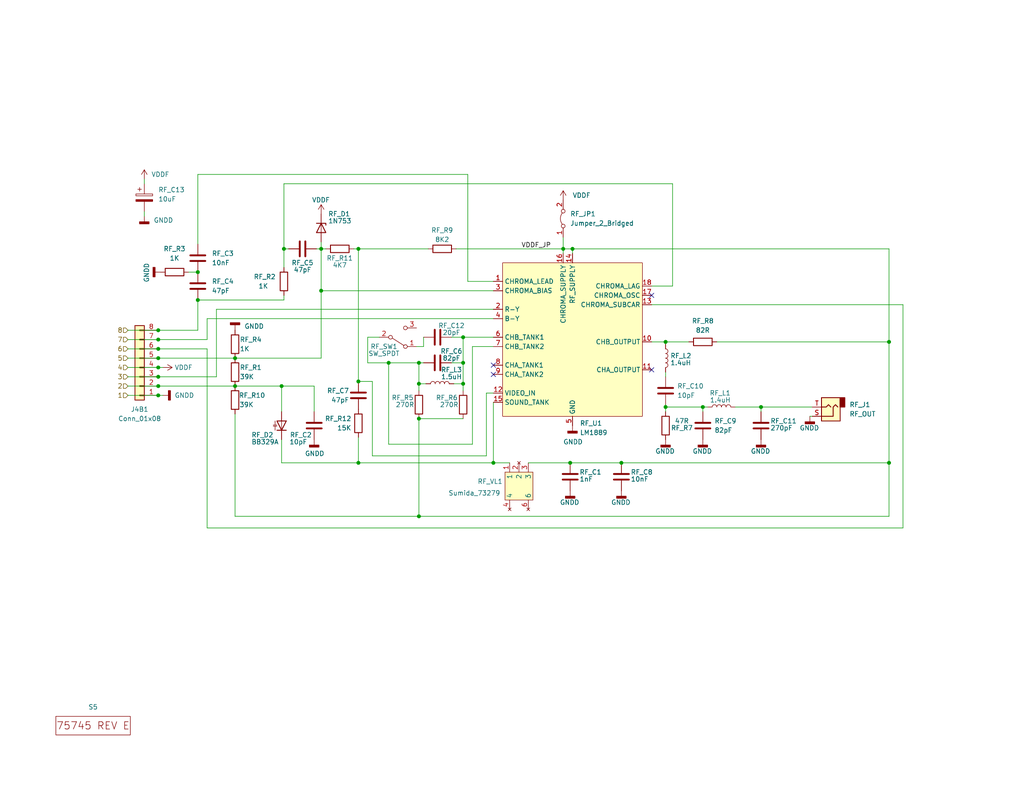
<source format=kicad_sch>
(kicad_sch (version 20211123) (generator eeschema)
  (paper "USLetter")
  (title_block (title "Reverse Engineer Colecovision") (date "2023-03-14") (rev "DEV") (company "sparkletron") (comment 1 "Jay Convertino") (comment 2 "MIT LICENSE"))
  (lib_symbols
    (symbol "Connector:AudioJack2"
      (property "Reference" "J" (at 0 8.89 0))
      (property "Value" "AudioJack2" (at 0 6.35 0))
      (symbol "AudioJack2_0_1"
        (rectangle (start -3.81 0) (end -2.54 -2.54) (stroke (width 0.254)) (fill (type outline)))
        (rectangle (start -2.54 3.81) (end 2.54 -2.54) (stroke (width 0.254)) (fill (type background)))
        (polyline (pts (xy 0 0) (xy 0.635 -0.635) (xy 1.27 0) (xy 2.54 0)) (stroke (width 0.254)))
        (polyline (pts (xy 2.54 2.54) (xy -0.635 2.54) (xy -0.635 0) (xy -1.27 -0.635) (xy -1.905 0)) (stroke (width 0.254)))
      )
      (symbol "AudioJack2_1_1"
        (pin passive line (at 5.08 2.54 180) (length 2.54) (name "~") (number "S"))
        (pin passive line (at 5.08 0 180) (length 2.54) (name "~") (number "T"))
      )
    )
    (symbol "Connector_Generic:Conn_01x08" (pin_names (offset 1.016) hide)
      (property "Reference" "J" (at 0 10.16 0))
      (property "Value" "Conn_01x08" (at 0 -12.7 0))
      (symbol "Conn_01x08_1_1"
        (rectangle (start -1.27 -10.033) (end 0 -10.287) (stroke (width 0.1524)))
        (rectangle (start -1.27 -7.493) (end 0 -7.747) (stroke (width 0.1524)))
        (rectangle (start -1.27 -4.953) (end 0 -5.207) (stroke (width 0.1524)))
        (rectangle (start -1.27 -2.413) (end 0 -2.667) (stroke (width 0.1524)))
        (rectangle (start -1.27 0.127) (end 0 -0.127) (stroke (width 0.1524)))
        (rectangle (start -1.27 2.667) (end 0 2.413) (stroke (width 0.1524)))
        (rectangle (start -1.27 5.207) (end 0 4.953) (stroke (width 0.1524)))
        (rectangle (start -1.27 7.747) (end 0 7.493) (stroke (width 0.1524)))
        (rectangle (start -1.27 8.89) (end 1.27 -11.43) (stroke (width 0.254)) (fill (type background)))
        (pin passive line (at -5.08 7.62 0) (length 3.81) (name "Pin_1") (number "1"))
        (pin passive line (at -5.08 5.08 0) (length 3.81) (name "Pin_2") (number "2"))
        (pin passive line (at -5.08 2.54 0) (length 3.81) (name "Pin_3") (number "3"))
        (pin passive line (at -5.08 0 0) (length 3.81) (name "Pin_4") (number "4"))
        (pin passive line (at -5.08 -2.54 0) (length 3.81) (name "Pin_5") (number "5"))
        (pin passive line (at -5.08 -5.08 0) (length 3.81) (name "Pin_6") (number "6"))
        (pin passive line (at -5.08 -7.62 0) (length 3.81) (name "Pin_7") (number "7"))
        (pin passive line (at -5.08 -10.16 0) (length 3.81) (name "Pin_8") (number "8"))
      )
    )
    (symbol "Device:C" (pin_numbers hide) (pin_names (offset 0.254))
      (property "Reference" "C" (at 0.635 2.54 0))
      (property "Value" "C" (at 0.635 -2.54 0))
      (symbol "C_0_1"
        (polyline (pts (xy -2.032 -0.762) (xy 2.032 -0.762)) (stroke (width 0.508)))
        (polyline (pts (xy -2.032 0.762) (xy 2.032 0.762)) (stroke (width 0.508)))
      )
      (symbol "C_1_1"
        (pin passive line (at 0 3.81 270) (length 2.794) (name "~") (number "1"))
        (pin passive line (at 0 -3.81 90) (length 2.794) (name "~") (number "2"))
      )
    )
    (symbol "Device:C_Polarized" (pin_numbers hide) (pin_names (offset 0.254))
      (property "Reference" "C" (at 0.635 2.54 0))
      (property "Value" "C_Polarized" (at 0.635 -2.54 0))
      (symbol "C_Polarized_0_1"
        (rectangle (start -2.286 0.508) (end 2.286 1.016))
        (polyline (pts (xy -1.778 2.286) (xy -0.762 2.286)))
        (polyline (pts (xy -1.27 2.794) (xy -1.27 1.778)))
        (rectangle (start 2.286 -0.508) (end -2.286 -1.016) (fill (type outline)))
      )
      (symbol "C_Polarized_1_1"
        (pin passive line (at 0 3.81 270) (length 2.794) (name "~") (number "1"))
        (pin passive line (at 0 -3.81 90) (length 2.794) (name "~") (number "2"))
      )
    )
    (symbol "Device:D_Capacitance" (pin_numbers hide) (pin_names (offset 1.016) hide)
      (property "Reference" "D" (at 0 2.54 0))
      (property "Value" "D_Capacitance" (at 0 -3.302 0))
      (symbol "D_Capacitance_0_1"
        (polyline (pts (xy -1.27 -1.778) (xy -0.1524 -1.778)))
        (polyline (pts (xy -1.27 0) (xy 1.27 0)))
        (polyline (pts (xy -1.27 1.27) (xy -1.27 -1.27)) (stroke (width 0.254)))
        (polyline (pts (xy -0.1524 -1.27) (xy -0.1524 -2.286)))
        (polyline (pts (xy 0.1524 -1.778) (xy 1.27 -1.778)))
        (polyline (pts (xy 0.1524 -1.27) (xy 0.1524 -2.286)))
        (polyline (pts (xy 1.27 1.27) (xy 1.27 -1.27) (xy -1.27 0) (xy 1.27 1.27)) (stroke (width 0.254)))
      )
      (symbol "D_Capacitance_1_1"
        (pin passive line (at -3.81 0 0) (length 2.54) (name "K") (number "1"))
        (pin passive line (at 3.81 0 180) (length 2.54) (name "A") (number "2"))
      )
    )
    (symbol "Device:D_Zener" (pin_numbers hide) (pin_names (offset 1.016) hide)
      (property "Reference" "D" (at 0 2.54 0))
      (property "Value" "D_Zener" (at 0 -2.54 0))
      (symbol "D_Zener_0_1"
        (polyline (pts (xy 1.27 0) (xy -1.27 0)))
        (polyline (pts (xy -1.27 -1.27) (xy -1.27 1.27) (xy -0.762 1.27)) (stroke (width 0.254)))
        (polyline (pts (xy 1.27 -1.27) (xy 1.27 1.27) (xy -1.27 0) (xy 1.27 -1.27)) (stroke (width 0.254)))
      )
      (symbol "D_Zener_1_1"
        (pin passive line (at -3.81 0 0) (length 2.54) (name "K") (number "1"))
        (pin passive line (at 3.81 0 180) (length 2.54) (name "A") (number "2"))
      )
    )
    (symbol "Device:L" (pin_numbers hide) (pin_names (offset 1.016) hide)
      (property "Reference" "L" (at -1.27 0 90))
      (property "Value" "L" (at 1.905 0 90))
      (symbol "L_0_1"
        (arc (start 0 -2.54) (mid 0.635 -1.905) (end 0 -1.27))
        (arc (start 0 -1.27) (mid 0.635 -0.635) (end 0 0))
        (arc (start 0 0) (mid 0.635 0.635) (end 0 1.27))
        (arc (start 0 1.27) (mid 0.635 1.905) (end 0 2.54))
      )
      (symbol "L_1_1"
        (pin passive line (at 0 3.81 270) (length 1.27) (name "1") (number "1"))
        (pin passive line (at 0 -3.81 90) (length 1.27) (name "2") (number "2"))
      )
    )
    (symbol "Device:R" (pin_numbers hide) (pin_names (offset 0))
      (property "Reference" "R" (at 2.032 0 90))
      (property "Value" "R" (at 0 0 90))
      (symbol "R_0_1"
        (rectangle (start -1.016 -2.54) (end 1.016 2.54) (stroke (width 0.254)))
      )
      (symbol "R_1_1"
        (pin passive line (at 0 3.81 270) (length 1.27) (name "~") (number "1"))
        (pin passive line (at 0 -3.81 90) (length 1.27) (name "~") (number "2"))
      )
    )
    (symbol "Jumper:Jumper_2_Bridged" (pin_names (offset 0) hide)
      (property "Reference" "JP" (at 0 1.905 0))
      (property "Value" "Jumper_2_Bridged" (at 0 -2.54 0))
      (symbol "Jumper_2_Bridged_0_0"
        (circle (center -2.032 0) (radius 0.508))
        (circle (center 2.032 0) (radius 0.508))
      )
      (symbol "Jumper_2_Bridged_0_1"
        (arc (start 1.524 0.254) (mid 0 0.762) (end -1.524 0.254))
      )
      (symbol "Jumper_2_Bridged_1_1"
        (pin passive line (at -5.08 0 0) (length 2.54) (name "A") (number "1"))
        (pin passive line (at 5.08 0 180) (length 2.54) (name "B") (number "2"))
      )
    )
    (symbol "RF_Modulators:LM1889"
      (property "Reference" "U" (at 10.16 3.81 0))
      (property "Value" "LM1889" (at 12.7 1.27 0))
      (symbol "LM1889_0_1"
        (rectangle (start -19.05 0) (end 19.05 -41.91) (fill (type background)))
      )
      (symbol "LM1889_1_1"
        (pin input line (at -21.59 -5.08 0) (length 2.54) (name "CHROMA_LEAD") (number "1"))
        (pin output line (at 21.59 -21.59 180) (length 2.54) (name "CHB_OUTPUT") (number "10"))
        (pin output line (at 21.59 -29.21 180) (length 2.54) (name "CHA_OUTPUT") (number "11"))
        (pin input line (at -21.59 -35.56 0) (length 2.54) (name "VIDEO_IN") (number "12"))
        (pin output line (at 21.59 -11.43 180) (length 2.54) (name "CHROMA_SUBCAR") (number "13"))
        (pin power_in line (at 0 2.54 270) (length 2.54) (name "RF_SUPPLY") (number "14"))
        (pin input line (at -21.59 -38.1 0) (length 2.54) (name "SOUND_TANK") (number "15"))
        (pin power_in line (at -2.54 2.54 270) (length 2.54) (name "CHROMA_SUPPLY") (number "16"))
        (pin output line (at 21.59 -8.89 180) (length 2.54) (name "CHROMA_OSC") (number "17"))
        (pin output line (at 21.59 -6.35 180) (length 2.54) (name "CHROMA_LAG") (number "18"))
        (pin input line (at -21.59 -12.7 0) (length 2.54) (name "R-Y") (number "2"))
        (pin input line (at -21.59 -7.62 0) (length 2.54) (name "CHROMA_BIAS") (number "3"))
        (pin input line (at -21.59 -15.24 0) (length 2.54) (name "B-Y") (number "4"))
        (pin input line (at 0 -44.45 90) (length 2.54) (name "GND") (number "5"))
        (pin input line (at -21.59 -20.32 0) (length 2.54) (name "CHB_TANK1") (number "6"))
        (pin input line (at -21.59 -22.86 0) (length 2.54) (name "CHB_TANK2") (number "7"))
        (pin input line (at -21.59 -27.94 0) (length 2.54) (name "CHA_TANK1") (number "8"))
        (pin input line (at -21.59 -30.48 0) (length 2.54) (name "CHA_TANK2") (number "9"))
      )
    )
    (symbol "Switch:SW_SPDT" (pin_names (offset 0) hide)
      (property "Reference" "SW" (at 0 4.318 0))
      (property "Value" "SW_SPDT" (at 0 -5.08 0))
      (symbol "SW_SPDT_0_0"
        (circle (center -2.032 0) (radius 0.508))
        (circle (center 2.032 -2.54) (radius 0.508))
      )
      (symbol "SW_SPDT_0_1"
        (polyline (pts (xy -1.524 0.254) (xy 1.651 2.286)))
        (circle (center 2.032 2.54) (radius 0.508))
      )
      (symbol "SW_SPDT_1_1"
        (pin passive line (at 5.08 2.54 180) (length 2.54) (name "A") (number "1"))
        (pin passive line (at -5.08 0 0) (length 2.54) (name "B") (number "2"))
        (pin passive line (at 5.08 -2.54 180) (length 2.54) (name "C") (number "3"))
      )
    )
    (symbol "Variable_Inductors:Sumida_73279"
      (property "Reference" "VL" (at 0 5.08 0))
      (property "Value" "Sumida_73279" (at 0 7.62 0))
      (symbol "Sumida_73279_0_1"
        (rectangle (start -3.81 3.81) (end 3.81 -3.81) (fill (type background)))
      )
      (symbol "Sumida_73279_1_1"
        (pin bidirectional line (at -6.35 2.54 0) (length 2.54) (name "1") (number "1"))
        (pin no_connect line (at -6.35 0 0) (length 2.54) (name "2") (number "2"))
        (pin bidirectional line (at -6.35 -2.54 0) (length 2.54) (name "3") (number "3"))
        (pin no_connect line (at 6.35 2.54 180) (length 2.54) (name "4") (number "4"))
        (pin no_connect line (at 6.35 0 180) (length 2.54) hide (name "5") (number "5"))
        (pin no_connect line (at 6.35 -2.54 180) (length 2.54) (name "6") (number "6"))
      )
    )
    (symbol "logos:rf_board_rev"
      (property "Reference" "S" (at 0 6.35 0))
      (symbol "rf_board_rev_0_0"
        (rectangle (start -8.89 1.27) (end 11.43 -3.81))
        (text "75745 REV E" (at 1.27 -1.27 0) (effects (font (size 2 2))))
      )
    )
    (symbol "power:GNDD" (power) (pin_names (offset 0))
      (property "Value" "GNDD" (at 0 -3.175 0))
      (symbol "GNDD_0_1"
        (rectangle (start -1.27 -1.524) (end 1.27 -2.032) (stroke (width 0.254)) (fill (type outline)))
        (polyline (pts (xy 0 0) (xy 0 -1.524)))
      )
      (symbol "GNDD_1_1"
        (pin power_in line (at 0 0 270) (length 0) hide (name "GNDD") (number "1"))
      )
    )
    (symbol "power:VDDF" (power) (pin_names (offset 0))
      (property "Value" "VDDF" (at 0 3.81 0))
      (symbol "VDDF_0_1"
        (polyline (pts (xy -0.762 1.27) (xy 0 2.54)))
        (polyline (pts (xy 0 0) (xy 0 2.54)))
        (polyline (pts (xy 0 2.54) (xy 0.762 1.27)))
      )
      (symbol "VDDF_1_1"
        (pin power_in line (at 0 0 90) (length 0) hide (name "VDDF") (number "1"))
      )
    )
  )
  (junction (at 242.57 126.365))
  (junction (at 43.18 100.33))
  (junction (at 181.61 93.345))
  (junction (at 43.18 92.71))
  (junction (at 97.79 104.14))
  (junction (at 242.57 93.345))
  (junction (at 134.62 126.365))
  (junction (at 97.79 67.945))
  (junction (at 64.135 105.41))
  (junction (at 87.63 67.945))
  (junction (at 43.18 102.87))
  (junction (at 126.365 104.775))
  (junction (at 153.67 67.945))
  (junction (at 114.3 140.97))
  (junction (at 64.135 97.79))
  (junction (at 43.18 107.95))
  (junction (at 87.63 79.375))
  (junction (at 106.045 99.06))
  (junction (at 114.3 104.775))
  (junction (at 76.835 105.41))
  (junction (at 169.545 126.365))
  (junction (at 207.645 111.125))
  (junction (at 156.21 67.945))
  (junction (at 53.975 74.295))
  (junction (at 126.365 99.06))
  (junction (at 97.79 126.365))
  (junction (at 77.47 67.945))
  (junction (at 191.77 111.125))
  (junction (at 43.18 90.17))
  (junction (at 126.365 92.075))
  (junction (at 155.575 126.365))
  (junction (at 43.18 97.79))
  (junction (at 53.975 81.915))
  (junction (at 114.3 99.06))
  (junction (at 43.18 105.41))
  (junction (at 114.3 114.3))
  (junction (at 43.18 95.25))
  (junction (at 181.61 111.125))
  (no_connect (at 134.62 99.695))
  (no_connect (at 177.8 80.645))
  (no_connect (at 134.62 102.235))
  (no_connect (at 177.8 100.965))
  (wire (pts (xy 44.45 100.33) (xy 43.18 100.33)))
  (wire (pts (xy 127.635 76.835) (xy 134.62 76.835)))
  (wire (pts (xy 156.21 67.945) (xy 242.57 67.945)))
  (wire (pts (xy 44.45 107.95) (xy 43.18 107.95)))
  (wire (pts (xy 134.62 126.365) (xy 139.065 126.365)))
  (wire (pts (xy 132.715 107.315) (xy 132.715 124.46)))
  (wire (pts (xy 169.545 126.365) (xy 242.57 126.365)))
  (wire (pts (xy 97.79 67.945) (xy 116.84 67.945)))
  (wire (pts (xy 100.33 99.06) (xy 106.045 99.06)))
  (wire (pts (xy 191.77 111.125) (xy 191.77 112.395)))
  (wire (pts (xy 114.3 104.775) (xy 116.205 104.775)))
  (wire (pts (xy 242.57 67.945) (xy 242.57 93.345)))
  (wire (pts (xy 43.18 90.17) (xy 53.975 90.17)))
  (wire (pts (xy 97.79 119.38) (xy 97.79 126.365)))
  (wire (pts (xy 53.975 47.625) (xy 127.635 47.625)))
  (wire (pts (xy 134.62 86.995) (xy 56.515 86.995)))
  (wire (pts (xy 34.925 92.71) (xy 43.18 92.71)))
  (wire (pts (xy 96.52 67.945) (xy 97.79 67.945)))
  (wire (pts (xy 56.515 95.25) (xy 56.515 144.145)))
  (wire (pts (xy 134.62 109.855) (xy 134.62 126.365)))
  (wire (pts (xy 53.975 66.675) (xy 53.975 47.625)))
  (wire (pts (xy 123.19 92.075) (xy 126.365 92.075)))
  (wire (pts (xy 76.835 112.395) (xy 76.835 105.41)))
  (wire (pts (xy 221.615 113.665) (xy 220.98 113.665)))
  (wire (pts (xy 64.135 105.41) (xy 76.835 105.41)))
  (wire (pts (xy 106.045 99.06) (xy 114.3 99.06)))
  (wire (pts (xy 97.79 126.365) (xy 134.62 126.365)))
  (wire (pts (xy 43.18 97.79) (xy 64.135 97.79)))
  (wire (pts (xy 123.825 104.775) (xy 126.365 104.775)))
  (wire (pts (xy 144.145 126.365) (xy 155.575 126.365)))
  (wire (pts (xy 200.66 111.125) (xy 207.645 111.125)))
  (wire (pts (xy 114.3 140.97) (xy 64.135 140.97)))
  (wire (pts (xy 86.36 67.945) (xy 87.63 67.945)))
  (wire (pts (xy 59.055 102.87) (xy 59.055 84.455)))
  (wire (pts (xy 181.61 111.125) (xy 181.61 112.395)))
  (wire (pts (xy 191.77 111.125) (xy 193.04 111.125)))
  (wire (pts (xy 43.18 105.41) (xy 64.135 105.41)))
  (wire (pts (xy 77.47 50.165) (xy 77.47 67.945)))
  (wire (pts (xy 87.63 79.375) (xy 87.63 97.79)))
  (wire (pts (xy 87.63 66.04) (xy 87.63 67.945)))
  (wire (pts (xy 242.57 93.345) (xy 242.57 126.365)))
  (wire (pts (xy 87.63 67.945) (xy 87.63 79.375)))
  (wire (pts (xy 88.9 67.945) (xy 87.63 67.945)))
  (wire (pts (xy 114.3 99.06) (xy 114.3 104.775)))
  (wire (pts (xy 181.61 111.125) (xy 191.77 111.125)))
  (wire (pts (xy 43.18 95.25) (xy 56.515 95.25)))
  (wire (pts (xy 39.37 59.055) (xy 39.37 57.785)))
  (wire (pts (xy 100.33 99.06) (xy 100.33 92.075)))
  (wire (pts (xy 64.135 97.79) (xy 87.63 97.79)))
  (wire (pts (xy 53.975 81.915) (xy 53.975 90.17)))
  (wire (pts (xy 43.18 102.87) (xy 59.055 102.87)))
  (wire (pts (xy 78.74 67.945) (xy 77.47 67.945)))
  (wire (pts (xy 177.8 78.105) (xy 183.515 78.105)))
  (wire (pts (xy 181.61 101.6) (xy 181.61 102.87)))
  (wire (pts (xy 76.835 126.365) (xy 97.79 126.365)))
  (wire (pts (xy 64.135 113.03) (xy 64.135 140.97)))
  (wire (pts (xy 51.435 74.295) (xy 53.975 74.295)))
  (wire (pts (xy 127.635 47.625) (xy 127.635 76.835)))
  (wire (pts (xy 101.6 104.14) (xy 101.6 124.46)))
  (wire (pts (xy 34.925 105.41) (xy 43.18 105.41)))
  (wire (pts (xy 153.67 64.77) (xy 153.67 67.945)))
  (wire (pts (xy 56.515 144.145) (xy 246.38 144.145)))
  (wire (pts (xy 77.47 80.645) (xy 77.47 81.915)))
  (wire (pts (xy 128.905 94.615) (xy 128.905 121.285)))
  (wire (pts (xy 76.835 120.015) (xy 76.835 126.365)))
  (wire (pts (xy 123.19 99.06) (xy 126.365 99.06)))
  (wire (pts (xy 115.57 92.075) (xy 115.57 94.615)))
  (wire (pts (xy 155.575 126.365) (xy 169.545 126.365)))
  (wire (pts (xy 34.925 102.87) (xy 43.18 102.87)))
  (wire (pts (xy 177.8 93.345) (xy 181.61 93.345)))
  (wire (pts (xy 106.045 99.06) (xy 106.045 121.285)))
  (wire (pts (xy 242.57 126.365) (xy 242.57 140.97)))
  (wire (pts (xy 195.58 93.345) (xy 242.57 93.345)))
  (wire (pts (xy 97.79 67.945) (xy 97.79 104.14)))
  (wire (pts (xy 126.365 104.775) (xy 126.365 99.06)))
  (wire (pts (xy 183.515 50.165) (xy 77.47 50.165)))
  (wire (pts (xy 246.38 83.185) (xy 177.8 83.185)))
  (wire (pts (xy 207.645 111.125) (xy 221.615 111.125)))
  (wire (pts (xy 132.715 107.315) (xy 134.62 107.315)))
  (wire (pts (xy 181.61 110.49) (xy 181.61 111.125)))
  (wire (pts (xy 153.67 67.945) (xy 156.21 67.945)))
  (wire (pts (xy 156.21 67.945) (xy 156.21 69.215)))
  (wire (pts (xy 85.725 112.395) (xy 85.725 105.41)))
  (wire (pts (xy 87.63 79.375) (xy 134.62 79.375)))
  (wire (pts (xy 101.6 124.46) (xy 132.715 124.46)))
  (wire (pts (xy 85.725 105.41) (xy 76.835 105.41)))
  (wire (pts (xy 126.365 99.06) (xy 126.365 92.075)))
  (wire (pts (xy 126.365 92.075) (xy 134.62 92.075)))
  (wire (pts (xy 34.925 100.33) (xy 43.18 100.33)))
  (wire (pts (xy 181.61 93.98) (xy 181.61 93.345)))
  (wire (pts (xy 207.645 112.395) (xy 207.645 111.125)))
  (wire (pts (xy 59.055 84.455) (xy 134.62 84.455)))
  (wire (pts (xy 97.79 104.14) (xy 101.6 104.14)))
  (wire (pts (xy 106.045 121.285) (xy 128.905 121.285)))
  (wire (pts (xy 114.3 114.3) (xy 126.365 114.3)))
  (wire (pts (xy 114.3 99.06) (xy 115.57 99.06)))
  (wire (pts (xy 183.515 78.105) (xy 183.515 50.165)))
  (wire (pts (xy 153.67 67.945) (xy 153.67 69.215)))
  (wire (pts (xy 34.925 107.95) (xy 43.18 107.95)))
  (wire (pts (xy 34.925 90.17) (xy 43.18 90.17)))
  (wire (pts (xy 56.515 92.71) (xy 43.18 92.71)))
  (wire (pts (xy 124.46 67.945) (xy 153.67 67.945)))
  (wire (pts (xy 39.37 48.895) (xy 39.37 50.165)))
  (wire (pts (xy 242.57 140.97) (xy 114.3 140.97)))
  (wire (pts (xy 246.38 144.145) (xy 246.38 83.185)))
  (wire (pts (xy 126.365 106.68) (xy 126.365 104.775)))
  (wire (pts (xy 53.975 81.915) (xy 77.47 81.915)))
  (wire (pts (xy 115.57 94.615) (xy 113.665 94.615)))
  (wire (pts (xy 77.47 67.945) (xy 77.47 73.025)))
  (wire (pts (xy 134.62 94.615) (xy 128.905 94.615)))
  (wire (pts (xy 34.925 95.25) (xy 43.18 95.25)))
  (wire (pts (xy 100.33 92.075) (xy 103.505 92.075)))
  (wire (pts (xy 34.925 97.79) (xy 43.18 97.79)))
  (wire (pts (xy 114.3 104.775) (xy 114.3 106.68)))
  (wire (pts (xy 56.515 86.995) (xy 56.515 92.71)))
  (wire (pts (xy 181.61 93.345) (xy 187.96 93.345)))
  (wire (pts (xy 114.3 114.3) (xy 114.3 140.97)))
  (label "VDDF_JP" (at 142.24 67.945 0))
  (hierarchical_label "7" (shape input) (at 34.925 92.71 180))
  (hierarchical_label "5" (shape input) (at 34.925 97.79 180))
  (hierarchical_label "6" (shape input) (at 34.925 95.25 180))
  (hierarchical_label "2" (shape input) (at 34.925 105.41 180))
  (hierarchical_label "4" (shape input) (at 34.925 100.33 180))
  (hierarchical_label "8" (shape input) (at 34.925 90.17 180))
  (hierarchical_label "1" (shape input) (at 34.925 107.95 180))
  (hierarchical_label "3" (shape input) (at 34.925 102.87 180))
  (symbol (lib_id "power:GNDD") (at 85.725 120.015 0) (unit 1)
    (property "Reference" "#PWR0253" (effects hide))
    (property "Value" "GNDD" (at 83.185 123.825 0) (effects (justify left)))
  )
  (symbol (lib_id "Device:C") (at 119.38 92.075 90) (mirror x) (unit 1)
    (property "Reference" "RF_C12" (at 123.19 88.9 90))
    (property "Value" "20pF" (at 123.19 90.805 90))
    (property "Footprint" "Capacitor_THT:C_Disc_D7.0mm_W2.5mm_P5.00mm" (effects hide))
  )
  (symbol (lib_id "Jumper:Jumper_2_Bridged") (at 153.67 59.69 90) (unit 1)
    (property "Reference" "RF_JP1" (at 155.575 58.4199 90) (effects (justify right)))
    (property "Value" "Jumper_2_Bridged" (at 155.575 60.9599 90) (effects (justify right)))
    (property "Footprint" "Resistor_THT:R_Axial_DIN0207_L6.3mm_D2.5mm_P15.24mm_Horizontal" (effects hide))
  )
  (symbol (lib_id "Device:C") (at 169.545 130.175 0) (unit 1)
    (property "Reference" "RF_C8" (at 172.085 128.905 0) (effects (justify left)))
    (property "Value" "10nF" (at 172.085 130.81 0) (effects (justify left)))
    (property "Footprint" "Capacitor_THT:C_Disc_D7.0mm_W2.5mm_P5.00mm" (effects hide))
  )
  (symbol (lib_id "Device:R") (at 64.135 109.22 180) (unit 1)
    (property "Reference" "RF_R10" (at 72.39 107.95 0) (effects (justify left)))
    (property "Value" "39K" (at 69.215 110.49 0) (effects (justify left)))
    (property "Footprint" "Resistor_THT:R_Axial_DIN0207_L6.3mm_D2.5mm_P7.62mm_Horizontal" (effects hide))
  )
  (symbol (lib_id "Device:R") (at 64.135 93.98 0) (unit 1)
    (property "Reference" "RF_R4" (at 65.405 92.71 0) (effects (justify left)))
    (property "Value" "1K" (at 65.405 95.25 0) (effects (justify left)))
    (property "Footprint" "Resistor_THT:R_Axial_DIN0207_L6.3mm_D2.5mm_P7.62mm_Horizontal" (effects hide))
  )
  (symbol (lib_id "Device:C") (at 207.645 116.205 0) (unit 1)
    (property "Reference" "RF_C11" (at 210.185 114.935 0) (effects (justify left)))
    (property "Value" "270pF" (at 210.185 116.84 0) (effects (justify left)))
    (property "Footprint" "Capacitor_THT:C_Disc_D7.0mm_W2.5mm_P5.00mm" (effects hide))
  )
  (symbol (lib_id "Device:C") (at 191.77 116.205 0) (unit 1)
    (property "Reference" "RF_C9" (at 194.945 114.935 0) (effects (justify left)))
    (property "Value" "82pF" (at 194.945 117.4749 0) (effects (justify left)))
    (property "Footprint" "Capacitor_THT:C_Disc_D7.0mm_W2.5mm_P5.00mm" (effects hide))
  )
  (symbol (lib_id "logos:rf_board_rev") (at 24.13 196.85 0) (unit 1)
    (property "Reference" "S5" (at 25.4 193.04 0))
    (property "Value" "rf_board_rev" (effects hide))
    (property "Footprint" "logos:rf_board_revision" (effects hide))
  )
  (symbol (lib_id "Device:R") (at 191.77 93.345 90) (unit 1)
    (property "Reference" "RF_R8" (at 191.77 87.63 90))
    (property "Value" "82R" (at 191.77 90.17 90))
    (property "Footprint" "Resistor_THT:R_Axial_DIN0207_L6.3mm_D2.5mm_P7.62mm_Horizontal" (effects hide))
  )
  (symbol (lib_id "Device:D_Zener") (at 87.63 62.23 270) (unit 1)
    (property "Reference" "RF_D1" (at 89.535 58.42 90) (effects (justify left)))
    (property "Value" "1N753" (at 89.535 60.325 90) (effects (justify left)))
    (property "Footprint" "Diode_THT:D_DO-35_SOD27_P10.16mm_Horizontal" (effects hide))
  )
  (symbol (lib_id "power:GNDD") (at 181.61 120.015 0) (unit 1)
    (property "Reference" "#PWR0245" (effects hide))
    (property "Value" "GNDD" (at 184.15 123.19 0) (effects (justify right)))
  )
  (symbol (lib_id "power:VDDF") (at 39.37 48.895 0) (unit 1)
    (property "Reference" "#PWR0247" (effects hide))
    (property "Value" "VDDF" (at 41.275 47.6249 0) (effects (justify left)))
  )
  (symbol (lib_id "Device:R") (at 181.61 116.205 0) (unit 1)
    (property "Reference" "RF_R7" (at 186.055 116.84 0))
    (property "Value" "47R" (at 186.055 114.935 0))
    (property "Footprint" "Resistor_THT:R_Axial_DIN0207_L6.3mm_D2.5mm_P7.62mm_Horizontal" (effects hide))
  )
  (symbol (lib_id "power:GNDD") (at 207.645 120.015 0) (unit 1)
    (property "Reference" "#PWR0255" (effects hide))
    (property "Value" "GNDD" (at 210.185 123.19 0) (effects (justify right)))
  )
  (symbol (lib_id "Device:L") (at 196.85 111.125 90) (unit 1)
    (property "Reference" "RF_L1" (at 199.39 107.315 90) (effects (justify left)))
    (property "Value" "1.4uH" (at 199.39 109.22 90) (effects (justify left)))
    (property "Footprint" "Inductor_THT:L_Radial_D7.5mm_P5.00mm_Fastron_07P" (effects hide))
  )
  (symbol (lib_id "Device:R") (at 120.65 67.945 90) (unit 1)
    (property "Reference" "RF_R9" (at 120.65 62.865 90))
    (property "Value" "8K2" (at 120.65 65.405 90))
    (property "Footprint" "Resistor_THT:R_Axial_DIN0207_L6.3mm_D2.5mm_P7.62mm_Horizontal" (effects hide))
  )
  (symbol (lib_id "Device:L") (at 181.61 97.79 0) (unit 1)
    (property "Reference" "RF_L2" (at 182.88 97.155 0) (effects (justify left)))
    (property "Value" "1.4uH" (at 182.88 99.06 0) (effects (justify left)))
    (property "Footprint" "Inductor_THT:L_Radial_D7.5mm_P5.00mm_Fastron_07P" (effects hide))
  )
  (symbol (lib_id "power:GNDD") (at 220.98 113.665 0) (unit 1)
    (property "Reference" "#PWR0256" (effects hide))
    (property "Value" "GNDD" (at 223.52 116.84 0) (effects (justify right)))
  )
  (symbol (lib_id "Device:R") (at 92.71 67.945 270) (unit 1)
    (property "Reference" "RF_R11" (at 92.71 70.485 90))
    (property "Value" "4K7" (at 92.71 72.39 90))
    (property "Footprint" "Resistor_THT:R_Axial_DIN0207_L6.3mm_D2.5mm_P7.62mm_Horizontal" (effects hide))
  )
  (symbol (lib_id "Device:C") (at 181.61 106.68 0) (unit 1)
    (property "Reference" "RF_C10" (at 184.785 105.4099 0) (effects (justify left)))
    (property "Value" "10pF" (at 184.785 107.9499 0) (effects (justify left)))
    (property "Footprint" "Capacitor_THT:C_Disc_D7.0mm_W2.5mm_P5.00mm" (effects hide))
  )
  (symbol (lib_id "Device:C") (at 53.975 70.485 0) (unit 1)
    (property "Reference" "RF_C3" (at 57.785 69.2149 0) (effects (justify left)))
    (property "Value" "10nF" (at 57.785 71.7549 0) (effects (justify left)))
    (property "Footprint" "Capacitor_THT:C_Disc_D7.0mm_W2.5mm_P5.00mm" (effects hide))
  )
  (symbol (lib_id "Device:L") (at 120.015 104.775 90) (unit 1)
    (property "Reference" "RF_L3" (at 123.19 100.965 90))
    (property "Value" "1.5uH" (at 123.19 102.87 90))
    (property "Footprint" "Inductor_THT:L_Radial_D7.5mm_P5.00mm_Fastron_07P" (effects hide))
  )
  (symbol (lib_id "Device:R") (at 64.135 101.6 0) (unit 1)
    (property "Reference" "RF_R1" (at 65.405 100.33 0) (effects (justify left)))
    (property "Value" "39K" (at 65.405 102.87 0) (effects (justify left)))
    (property "Footprint" "Resistor_THT:R_Axial_DIN0207_L6.3mm_D2.5mm_P7.62mm_Horizontal" (effects hide))
  )
  (symbol (lib_id "Device:C") (at 85.725 116.205 0) (mirror x) (unit 1)
    (property "Reference" "RF_C2" (at 85.09 118.745 0) (effects (justify right)))
    (property "Value" "10pF" (at 83.82 120.65 0) (effects (justify right)))
    (property "Footprint" "Capacitor_THT:C_Disc_D7.0mm_W2.5mm_P5.00mm" (effects hide))
  )
  (symbol (lib_id "Switch:SW_SPDT") (at 108.585 92.075 0) (mirror x) (unit 1)
    (property "Reference" "RF_SW1" (at 104.775 94.615 0))
    (property "Value" "SW_SPDT" (at 104.775 96.52 0))
    (property "Footprint" "Button_Switch_THT:SW_CuK_OS102011MA1QN1_SPDT_Angled" (effects hide))
  )
  (symbol (lib_id "power:GNDD") (at 155.575 133.985 0) (unit 1)
    (property "Reference" "#PWR0258" (effects hide))
    (property "Value" "GNDD" (at 158.115 137.16 0) (effects (justify right)))
  )
  (symbol (lib_id "power:GNDD") (at 64.135 90.17 180) (unit 1)
    (property "Reference" "#PWR0249" (effects hide))
    (property "Value" "GNDD" (at 66.675 89.0904 0) (effects (justify right)))
  )
  (symbol (lib_id "Device:D_Capacitance") (at 76.835 116.205 270) (mirror x) (unit 1)
    (property "Reference" "RF_D2" (at 68.58 118.745 90) (effects (justify left)))
    (property "Value" "BB329A" (at 68.58 120.65 90) (effects (justify left)))
    (property "Footprint" "Diode_THT:D_DO-35_SOD27_P10.16mm_Horizontal" (effects hide))
  )
  (symbol (lib_id "Device:C") (at 82.55 67.945 90) (unit 1)
    (property "Reference" "RF_C5" (at 82.55 71.755 90))
    (property "Value" "47pF" (at 82.55 73.66 90))
    (property "Footprint" "Capacitor_THT:C_Disc_D7.0mm_W2.5mm_P5.00mm" (effects hide))
  )
  (symbol (lib_id "RF_Modulators:LM1889") (at 156.21 71.755 0) (unit 1)
    (property "Reference" "RF_U1" (at 158.2294 115.57 0) (effects (justify left)))
    (property "Value" "LM1889" (at 158.2294 118.11 0) (effects (justify left)))
    (property "Footprint" "Package_DIP:DIP-18_W7.62mm_LongPads" (effects hide))
  )
  (symbol (lib_id "power:VDDF") (at 44.45 100.33 270) (unit 1)
    (property "Reference" "#PWR0259" (effects hide))
    (property "Value" "VDDF" (at 47.625 100.3299 90) (effects (justify left)))
  )
  (symbol (lib_id "Device:R") (at 47.625 74.295 90) (unit 1)
    (property "Reference" "RF_R3" (at 47.625 67.945 90))
    (property "Value" "1K" (at 47.625 70.485 90))
    (property "Footprint" "Resistor_THT:R_Axial_DIN0207_L6.3mm_D2.5mm_P7.62mm_Horizontal" (effects hide))
  )
  (symbol (lib_id "power:GNDD") (at 39.37 59.055 0) (unit 1)
    (property "Reference" "#PWR0248" (effects hide))
    (property "Value" "GNDD" (at 41.91 60.1344 0) (effects (justify left)))
  )
  (symbol (lib_id "power:GNDD") (at 169.545 133.985 0) (unit 1)
    (property "Reference" "#PWR0257" (effects hide))
    (property "Value" "GNDD" (at 172.085 137.16 0) (effects (justify right)))
  )
  (symbol (lib_id "power:VDDF") (at 153.67 54.61 0) (unit 1)
    (property "Reference" "#PWR0261" (effects hide))
    (property "Value" "VDDF" (at 156.21 53.3399 0) (effects (justify left)))
  )
  (symbol (lib_id "power:GNDD") (at 156.21 116.205 0) (unit 1)
    (property "Reference" "#PWR0244" (effects hide))
    (property "Value" "GNDD" (at 153.67 120.65 0) (effects (justify left)))
  )
  (symbol (lib_id "power:GNDD") (at 44.45 107.95 90) (unit 1)
    (property "Reference" "#PWR0260" (effects hide))
    (property "Value" "GNDD" (at 47.625 107.9499 90) (effects (justify right)))
  )
  (symbol (lib_id "power:GNDD") (at 191.77 120.015 0) (unit 1)
    (property "Reference" "#PWR0254" (effects hide))
    (property "Value" "GNDD" (at 194.31 123.19 0) (effects (justify right)))
  )
  (symbol (lib_id "Connector:AudioJack2") (at 226.695 111.125 180) (unit 1)
    (property "Reference" "RF_J1" (at 231.775 110.4899 0) (effects (justify right)))
    (property "Value" "RF_OUT" (at 231.775 113.0299 0) (effects (justify right)))
    (property "Footprint" "RCJ-041:RCJ041" (effects hide))
  )
  (symbol (lib_id "Device:R") (at 77.47 76.835 0) (unit 1)
    (property "Reference" "RF_R2" (at 69.215 75.565 0) (effects (justify left)))
    (property "Value" "1K" (at 70.485 78.105 0) (effects (justify left)))
    (property "Footprint" "Resistor_THT:R_Axial_DIN0207_L6.3mm_D2.5mm_P7.62mm_Horizontal" (effects hide))
  )
  (symbol (lib_id "Device:C") (at 155.575 130.175 0) (unit 1)
    (property "Reference" "RF_C1" (at 158.115 128.905 0) (effects (justify left)))
    (property "Value" "1nF" (at 158.115 130.81 0) (effects (justify left)))
    (property "Footprint" "Capacitor_THT:C_Disc_D7.0mm_W2.5mm_P5.00mm" (effects hide))
  )
  (symbol (lib_id "Connector_Generic:Conn_01x08") (at 38.1 100.33 180) (unit 1)
    (property "Reference" "J4B1" (at 38.1 111.76 0))
    (property "Value" "Conn_01x08" (at 38.1 114.3 0))
    (property "Footprint" "Connector_PinHeader_2.54mm:PinHeader_1x08_P2.54mm_Vertical" (effects hide))
  )
  (symbol (lib_id "Device:C") (at 53.975 78.105 0) (unit 1)
    (property "Reference" "RF_C4" (at 57.785 76.8349 0) (effects (justify left)))
    (property "Value" "47pF" (at 57.785 79.3749 0) (effects (justify left)))
    (property "Footprint" "Capacitor_THT:C_Disc_D7.0mm_W2.5mm_P5.00mm" (effects hide))
  )
  (symbol (lib_id "Device:R") (at 97.79 115.57 0) (mirror y) (unit 1)
    (property "Reference" "RF_R12" (at 95.885 114.3 0) (effects (justify left)))
    (property "Value" "15K" (at 95.885 116.84 0) (effects (justify left)))
    (property "Footprint" "Resistor_THT:R_Axial_DIN0207_L6.3mm_D2.5mm_P7.62mm_Horizontal" (effects hide))
  )
  (symbol (lib_id "Device:R") (at 126.365 110.49 0) (unit 1)
    (property "Reference" "RF_R6" (at 121.92 108.585 0))
    (property "Value" "270R" (at 122.555 110.49 0))
    (property "Footprint" "Resistor_THT:R_Axial_DIN0207_L6.3mm_D2.5mm_P7.62mm_Horizontal" (effects hide))
  )
  (symbol (lib_id "Variable_Inductors:Sumida_73279") (at 141.605 132.715 90) (mirror x) (unit 1)
    (property "Reference" "RF_VL1" (at 137.16 131.445 90) (effects (justify left)))
    (property "Value" "Sumida_73279" (at 136.525 134.62 90) (effects (justify left)))
    (property "Footprint" "Variable_Inductors:Sumida_73279" (effects hide))
  )
  (symbol (lib_id "Device:C_Polarized") (at 39.37 53.975 0) (unit 1)
    (property "Reference" "RF_C13" (at 43.18 51.8159 0) (effects (justify left)))
    (property "Value" "10uF" (at 43.18 54.3559 0) (effects (justify left)))
    (property "Footprint" "Capacitor_THT:CP_Radial_D5.0mm_P2.00mm" (effects hide))
  )
  (symbol (lib_id "power:VDDF") (at 87.63 58.42 0) (unit 1)
    (property "Reference" "#PWR0250" (effects hide))
    (property "Value" "VDDF" (at 85.09 54.61 0) (effects (justify left)))
  )
  (symbol (lib_id "Device:R") (at 114.3 110.49 180) (unit 1)
    (property "Reference" "RF_R5" (at 109.855 108.585 0))
    (property "Value" "270R" (at 110.49 110.49 0))
    (property "Footprint" "Resistor_THT:R_Axial_DIN0207_L6.3mm_D2.5mm_P7.62mm_Horizontal" (effects hide))
  )
  (symbol (lib_id "Device:C") (at 119.38 99.06 90) (mirror x) (unit 1)
    (property "Reference" "RF_C6" (at 123.19 95.885 90))
    (property "Value" "82pF" (at 123.19 97.79 90))
    (property "Footprint" "Capacitor_THT:C_Disc_D7.0mm_W2.5mm_P5.00mm" (effects hide))
  )
  (symbol (lib_id "power:GNDD") (at 43.815 74.295 270) (unit 1)
    (property "Reference" "#PWR0246" (effects hide))
    (property "Value" "GNDD" (at 40.005 71.755 0) (effects (justify left)))
  )
  (symbol (lib_id "Device:C") (at 97.79 107.95 0) (mirror x) (unit 1)
    (property "Reference" "RF_C7" (at 95.25 106.68 0) (effects (justify right)))
    (property "Value" "47pF" (at 95.25 109.22 0) (effects (justify right)))
    (property "Footprint" "Capacitor_THT:C_Disc_D7.0mm_W2.5mm_P5.00mm" (effects hide))
  )
)
</source>
